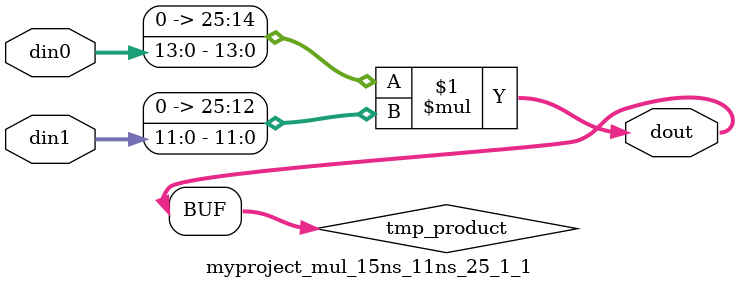
<source format=v>

`timescale 1 ns / 1 ps

  module myproject_mul_15ns_11ns_25_1_1(din0, din1, dout);
parameter ID = 1;
parameter NUM_STAGE = 0;
parameter din0_WIDTH = 14;
parameter din1_WIDTH = 12;
parameter dout_WIDTH = 26;

input [din0_WIDTH - 1 : 0] din0; 
input [din1_WIDTH - 1 : 0] din1; 
output [dout_WIDTH - 1 : 0] dout;

wire signed [dout_WIDTH - 1 : 0] tmp_product;










assign tmp_product = $signed({1'b0, din0}) * $signed({1'b0, din1});











assign dout = tmp_product;







endmodule

</source>
